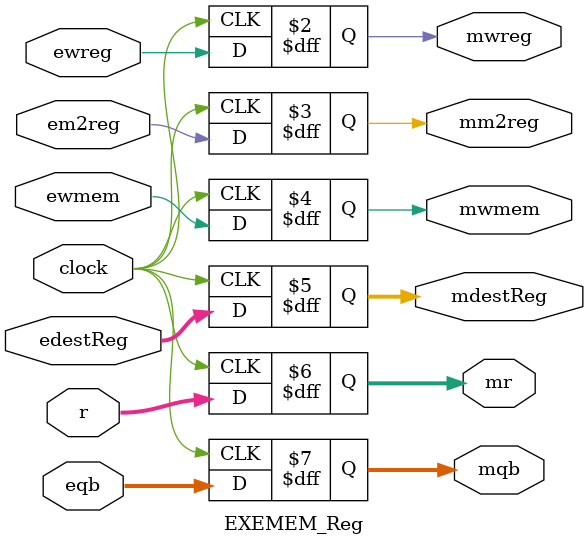
<source format=v>
`timescale 1ns / 1ps


module EXEMEM_Reg(
    input ewreg,
    input em2reg,
    input ewmem,
    input [4:0] edestReg,
    input [31:0] r,
    input [31:0] eqb,
    input clock,
    
    output reg mwreg,
    output reg mm2reg,
    output reg mwmem,
    output reg [4:0] mdestReg,
    output reg [31:0] mr,
    output reg [31:0] mqb
    );
    
    always @(posedge clock)
    begin
        mwreg <= ewreg;
        mm2reg <= em2reg;
        mwmem <= ewmem;
        mdestReg <= edestReg;
        mr <= r;
        mqb <= eqb;
    end
endmodule

</source>
